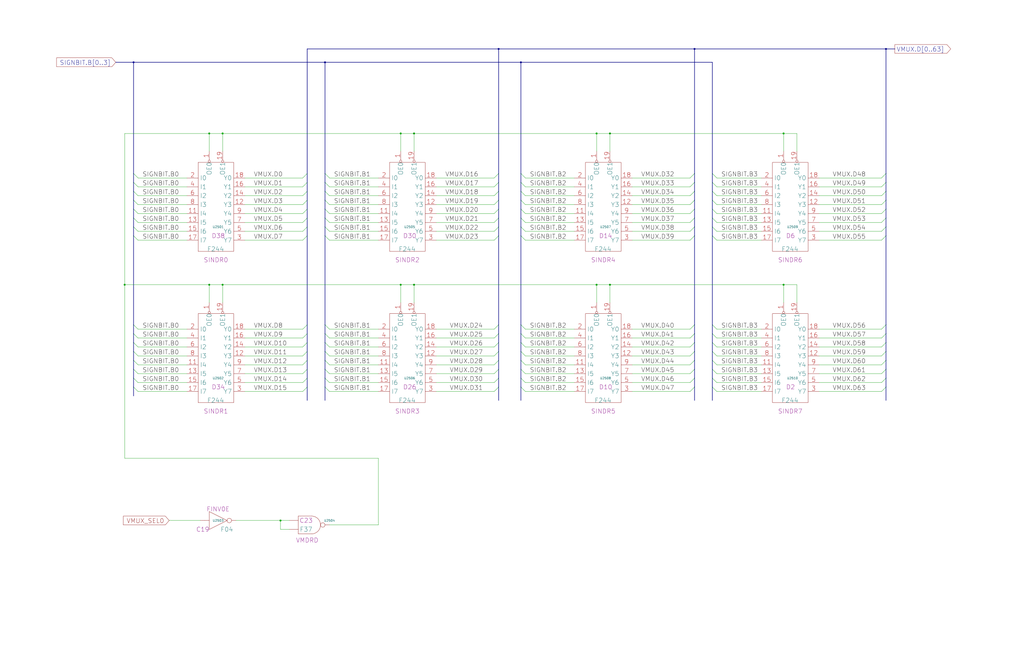
<source format=kicad_sch>
(kicad_sch (version 20250114) (generator "eeschema") (generator_version "9.0")
  (paper "User" 584.2 378.46)
  (title_block (title "MERGE_VMUX\\nSIGN BIT PART") (date "20-MAR-90") (rev "1.0") (comment 1 "FIU") (comment 2 "232-003065") (comment 3 "S400") (comment 4 "RELEASED"))
  (lib_symbols
    (symbol "r1000:F04" (pin_numbers (hide yes)) (pin_names (hide yes))
      (property "Reference" "U" (at 0 0 0))
      (property "Value" "F04" (at 1.27 -5.08 0))
      (property "Location" "___" (at -12.7 -5.08 0))
      (property "Name" "______" (at 0 5.08 0))
      (symbol "F04_0_1"
        (polyline (pts (xy -7.62 0) (xy -5.08 0)) (stroke (width 0.1524)))
        (polyline (pts (xy -5.08 5.08) (xy -5.08 -5.08)) (stroke (width 0.1524)))
        (polyline (pts (xy 5.08 0) (xy -5.08 5.08)) (stroke (width 0.1524)))
        (polyline (pts (xy 5.08 0) (xy -5.08 -5.08)) (stroke (width 0.1524)))
        (circle (center 6.35 0) (radius 1.27) (stroke (width 0.1524)))
      )
      (symbol "F04_1_1"
        (pin input line (at -10.16 0 0) (length 2.54) (name "D0") (number "1"))
        (pin output line (at 10.16 0 180) (length 2.54) (name "Q") (number "2"))
      )
    )
    (symbol "r1000:F244" (pin_names (offset 1.016))
      (property "Reference" "U" (at 2.54 5.08 0))
      (property "Value" "F244" (at -3.81 -7.62 0))
      (property "Location" "___" (at -1.27 0 0))
      (property "Name" "______" (at 1.27 -15.24 0))
      (symbol "F244_1_1"
        (rectangle (start -8.89 41.91) (end 11.43 -8.89))
        (circle (center -2.54 42.545) (radius 0.635))
        (circle (center 5.08 42.545) (radius 0.635))
        (pin input line (at -15.24 33.02 0) (length 6.35) (name "I0") (number "2"))
        (pin input line (at -15.24 27.94 0) (length 6.35) (name "I1") (number "4"))
        (pin input line (at -15.24 22.86 0) (length 6.35) (name "I2") (number "6"))
        (pin input line (at -15.24 17.78 0) (length 6.35) (name "I3") (number "8"))
        (pin input line (at -15.24 12.7 0) (length 6.35) (name "I4") (number "11"))
        (pin input line (at -15.24 7.62 0) (length 6.35) (name "I5") (number "13"))
        (pin input line (at -15.24 2.54 0) (length 6.35) (name "I6") (number "15"))
        (pin input line (at -15.24 -2.54 0) (length 6.35) (name "I7") (number "17"))
        (pin input line (at -2.54 48.26 270) (length 5.08) (name "OE0") (number "1"))
        (pin input line (at 5.08 48.26 270) (length 5.08) (name "OE1") (number "19"))
        (pin tri_state line (at 17.78 33.02 180) (length 6.35) (name "Y0") (number "18"))
        (pin tri_state line (at 17.78 27.94 180) (length 6.35) (name "Y1") (number "16"))
        (pin tri_state line (at 17.78 22.86 180) (length 6.35) (name "Y2") (number "14"))
        (pin tri_state line (at 17.78 17.78 180) (length 6.35) (name "Y3") (number "12"))
        (pin tri_state line (at 17.78 12.7 180) (length 6.35) (name "Y4") (number "9"))
        (pin tri_state line (at 17.78 7.62 180) (length 6.35) (name "Y5") (number "7"))
        (pin tri_state line (at 17.78 2.54 180) (length 6.35) (name "Y6") (number "5"))
        (pin tri_state line (at 17.78 -2.54 180) (length 6.35) (name "Y7") (number "3"))
      )
    )
    (symbol "r1000:F37" (pin_numbers (hide yes)) (pin_names (offset 0) (hide yes))
      (property "Reference" "U" (at 15.24 0 0))
      (property "Value" "F37" (at 1.905 -5.08 0))
      (property "Location" "___" (at 1.905 0 0))
      (property "Name" "______" (at 2.54 -12.7 0))
      (symbol "F37_0_1"
        (polyline (pts (xy -2.54 2.54) (xy -2.54 -7.62)) (stroke (width 0.1524)))
        (polyline (pts (xy -2.54 2.54) (xy 5.08 2.54)) (stroke (width 0.1524)))
        (polyline (pts (xy -2.54 -7.62) (xy 5.08 -7.62)) (stroke (width 0.1524)))
        (arc (start 5.08 2.54) (mid 10.1281 -2.54) (end 5.08 -7.62) (stroke (width 0.1524)))
        (circle (center 11.43 -2.54) (radius 1.27) (stroke (width 0.1524)))
      )
      (symbol "F37_0_2"
        (arc (start -3.175 2.54) (mid -2.134 -2.54) (end -3.175 -7.62) (stroke (width 0.1524)))
        (circle (center -3.81 0) (radius 1.27) (stroke (width 0.1524)))
        (circle (center -3.81 -5.08) (radius 1.27) (stroke (width 0.1524)))
        (polyline (pts (xy -3.175 2.54) (xy 3.81 2.54)) (stroke (width 0.1524)))
        (polyline (pts (xy -3.175 -7.62) (xy 3.81 -7.62)) (stroke (width 0.1524)))
        (arc (start 3.81 2.54) (mid 7.5828 0.7472) (end 10.16 -2.54) (stroke (width 0.1524)))
        (arc (start 10.16 -2.54) (mid 7.5855 -5.8306) (end 3.81 -7.62) (stroke (width 0.1524)))
      )
      (symbol "F37_1_1"
        (pin input line (at -7.62 0 0) (length 5.08) (name "D0") (number "1"))
        (pin input line (at -7.62 -5.08 0) (length 5.08) (name "D1") (number "2"))
        (pin output line (at 15.24 -2.54 180) (length 2.54) (name "Q") (number "3"))
      )
      (symbol "F37_1_2"
        (pin input line (at -7.62 0 0) (length 2.54) (name "D0") (number "1"))
        (pin input line (at -7.62 -5.08 0) (length 2.54) (name "D1") (number "2"))
        (pin output line (at 15.24 -2.54 180) (length 5.08) (name "Q") (number "3"))
      )
    )
  )
  (junction (at 185.42 35.56))
  (junction (at 127 162.56))
  (junction (at 340.36 76.2))
  (junction (at 119.38 162.56))
  (junction (at 71.12 162.56))
  (junction (at 236.22 162.56))
  (junction (at 228.6 76.2))
  (junction (at 119.38 76.2))
  (junction (at 347.98 76.2))
  (junction (at 347.98 162.56))
  (junction (at 160.02 297.18))
  (junction (at 297.18 35.56))
  (junction (at 396.24 27.94))
  (junction (at 340.36 162.56))
  (junction (at 236.22 76.2))
  (junction (at 228.6 162.56))
  (junction (at 447.04 76.2))
  (junction (at 127 76.2))
  (junction (at 284.48 27.94))
  (junction (at 505.46 27.94))
  (junction (at 447.04 162.56))
  (junction (at 76.2 35.56))
  (bus_entry (at 505.46 114.3) (size -2.54 2.54))
  (bus_entry (at 284.48 185.42) (size -2.54 2.54))
  (bus_entry (at 175.26 99.06) (size -2.54 2.54))
  (bus_entry (at 185.42 114.3) (size 2.54 2.54))
  (bus_entry (at 505.46 215.9) (size -2.54 2.54))
  (bus_entry (at 175.26 190.5) (size -2.54 2.54))
  (bus_entry (at 297.18 185.42) (size 2.54 2.54))
  (bus_entry (at 175.26 109.22) (size -2.54 2.54))
  (bus_entry (at 185.42 185.42) (size 2.54 2.54))
  (bus_entry (at 406.4 99.06) (size 2.54 2.54))
  (bus_entry (at 406.4 114.3) (size 2.54 2.54))
  (bus_entry (at 175.26 185.42) (size -2.54 2.54))
  (bus_entry (at 297.18 200.66) (size 2.54 2.54))
  (bus_entry (at 185.42 129.54) (size 2.54 2.54))
  (bus_entry (at 396.24 210.82) (size -2.54 2.54))
  (bus_entry (at 175.26 129.54) (size -2.54 2.54))
  (bus_entry (at 505.46 210.82) (size -2.54 2.54))
  (bus_entry (at 76.2 185.42) (size 2.54 2.54))
  (bus_entry (at 185.42 190.5) (size 2.54 2.54))
  (bus_entry (at 297.18 109.22) (size 2.54 2.54))
  (bus_entry (at 505.46 124.46) (size -2.54 2.54))
  (bus_entry (at 185.42 99.06) (size 2.54 2.54))
  (bus_entry (at 175.26 220.98) (size -2.54 2.54))
  (bus_entry (at 396.24 119.38) (size -2.54 2.54))
  (bus_entry (at 406.4 129.54) (size 2.54 2.54))
  (bus_entry (at 297.18 195.58) (size 2.54 2.54))
  (bus_entry (at 297.18 99.06) (size 2.54 2.54))
  (bus_entry (at 406.4 119.38) (size 2.54 2.54))
  (bus_entry (at 297.18 119.38) (size 2.54 2.54))
  (bus_entry (at 406.4 200.66) (size 2.54 2.54))
  (bus_entry (at 505.46 134.62) (size -2.54 2.54))
  (bus_entry (at 175.26 205.74) (size -2.54 2.54))
  (bus_entry (at 406.4 220.98) (size 2.54 2.54))
  (bus_entry (at 76.2 134.62) (size 2.54 2.54))
  (bus_entry (at 76.2 205.74) (size 2.54 2.54))
  (bus_entry (at 185.42 215.9) (size 2.54 2.54))
  (bus_entry (at 505.46 99.06) (size -2.54 2.54))
  (bus_entry (at 297.18 134.62) (size 2.54 2.54))
  (bus_entry (at 284.48 210.82) (size -2.54 2.54))
  (bus_entry (at 396.24 205.74) (size -2.54 2.54))
  (bus_entry (at 284.48 190.5) (size -2.54 2.54))
  (bus_entry (at 284.48 99.06) (size -2.54 2.54))
  (bus_entry (at 297.18 114.3) (size 2.54 2.54))
  (bus_entry (at 284.48 129.54) (size -2.54 2.54))
  (bus_entry (at 284.48 114.3) (size -2.54 2.54))
  (bus_entry (at 76.2 210.82) (size 2.54 2.54))
  (bus_entry (at 185.42 200.66) (size 2.54 2.54))
  (bus_entry (at 284.48 205.74) (size -2.54 2.54))
  (bus_entry (at 185.42 104.14) (size 2.54 2.54))
  (bus_entry (at 505.46 109.22) (size -2.54 2.54))
  (bus_entry (at 396.24 220.98) (size -2.54 2.54))
  (bus_entry (at 297.18 129.54) (size 2.54 2.54))
  (bus_entry (at 76.2 109.22) (size 2.54 2.54))
  (bus_entry (at 396.24 185.42) (size -2.54 2.54))
  (bus_entry (at 175.26 124.46) (size -2.54 2.54))
  (bus_entry (at 76.2 99.06) (size 2.54 2.54))
  (bus_entry (at 76.2 220.98) (size 2.54 2.54))
  (bus_entry (at 76.2 190.5) (size 2.54 2.54))
  (bus_entry (at 284.48 215.9) (size -2.54 2.54))
  (bus_entry (at 505.46 190.5) (size -2.54 2.54))
  (bus_entry (at 396.24 124.46) (size -2.54 2.54))
  (bus_entry (at 505.46 119.38) (size -2.54 2.54))
  (bus_entry (at 284.48 104.14) (size -2.54 2.54))
  (bus_entry (at 76.2 200.66) (size 2.54 2.54))
  (bus_entry (at 284.48 134.62) (size -2.54 2.54))
  (bus_entry (at 284.48 119.38) (size -2.54 2.54))
  (bus_entry (at 185.42 205.74) (size 2.54 2.54))
  (bus_entry (at 76.2 129.54) (size 2.54 2.54))
  (bus_entry (at 284.48 220.98) (size -2.54 2.54))
  (bus_entry (at 396.24 190.5) (size -2.54 2.54))
  (bus_entry (at 297.18 220.98) (size 2.54 2.54))
  (bus_entry (at 185.42 195.58) (size 2.54 2.54))
  (bus_entry (at 76.2 114.3) (size 2.54 2.54))
  (bus_entry (at 406.4 109.22) (size 2.54 2.54))
  (bus_entry (at 175.26 215.9) (size -2.54 2.54))
  (bus_entry (at 297.18 205.74) (size 2.54 2.54))
  (bus_entry (at 175.26 119.38) (size -2.54 2.54))
  (bus_entry (at 505.46 104.14) (size -2.54 2.54))
  (bus_entry (at 406.4 185.42) (size 2.54 2.54))
  (bus_entry (at 185.42 109.22) (size 2.54 2.54))
  (bus_entry (at 76.2 104.14) (size 2.54 2.54))
  (bus_entry (at 297.18 124.46) (size 2.54 2.54))
  (bus_entry (at 284.48 200.66) (size -2.54 2.54))
  (bus_entry (at 76.2 195.58) (size 2.54 2.54))
  (bus_entry (at 175.26 200.66) (size -2.54 2.54))
  (bus_entry (at 396.24 109.22) (size -2.54 2.54))
  (bus_entry (at 396.24 200.66) (size -2.54 2.54))
  (bus_entry (at 185.42 119.38) (size 2.54 2.54))
  (bus_entry (at 505.46 205.74) (size -2.54 2.54))
  (bus_entry (at 175.26 104.14) (size -2.54 2.54))
  (bus_entry (at 396.24 114.3) (size -2.54 2.54))
  (bus_entry (at 406.4 215.9) (size 2.54 2.54))
  (bus_entry (at 297.18 190.5) (size 2.54 2.54))
  (bus_entry (at 185.42 210.82) (size 2.54 2.54))
  (bus_entry (at 297.18 210.82) (size 2.54 2.54))
  (bus_entry (at 396.24 99.06) (size -2.54 2.54))
  (bus_entry (at 406.4 190.5) (size 2.54 2.54))
  (bus_entry (at 406.4 124.46) (size 2.54 2.54))
  (bus_entry (at 396.24 195.58) (size -2.54 2.54))
  (bus_entry (at 505.46 200.66) (size -2.54 2.54))
  (bus_entry (at 505.46 185.42) (size -2.54 2.54))
  (bus_entry (at 284.48 124.46) (size -2.54 2.54))
  (bus_entry (at 396.24 215.9) (size -2.54 2.54))
  (bus_entry (at 175.26 210.82) (size -2.54 2.54))
  (bus_entry (at 406.4 195.58) (size 2.54 2.54))
  (bus_entry (at 175.26 134.62) (size -2.54 2.54))
  (bus_entry (at 185.42 124.46) (size 2.54 2.54))
  (bus_entry (at 185.42 134.62) (size 2.54 2.54))
  (bus_entry (at 185.42 220.98) (size 2.54 2.54))
  (bus_entry (at 406.4 104.14) (size 2.54 2.54))
  (bus_entry (at 76.2 215.9) (size 2.54 2.54))
  (bus_entry (at 175.26 195.58) (size -2.54 2.54))
  (bus_entry (at 406.4 205.74) (size 2.54 2.54))
  (bus_entry (at 76.2 124.46) (size 2.54 2.54))
  (bus_entry (at 76.2 119.38) (size 2.54 2.54))
  (bus_entry (at 284.48 109.22) (size -2.54 2.54))
  (bus_entry (at 406.4 134.62) (size 2.54 2.54))
  (bus_entry (at 396.24 104.14) (size -2.54 2.54))
  (bus_entry (at 284.48 195.58) (size -2.54 2.54))
  (bus_entry (at 406.4 210.82) (size 2.54 2.54))
  (bus_entry (at 396.24 129.54) (size -2.54 2.54))
  (bus_entry (at 505.46 220.98) (size -2.54 2.54))
  (bus_entry (at 396.24 134.62) (size -2.54 2.54))
  (bus_entry (at 297.18 215.9) (size 2.54 2.54))
  (bus_entry (at 505.46 195.58) (size -2.54 2.54))
  (bus_entry (at 505.46 129.54) (size -2.54 2.54))
  (bus_entry (at 297.18 104.14) (size 2.54 2.54))
  (bus_entry (at 175.26 114.3) (size -2.54 2.54))
  (wire (pts (xy 467.36 101.6) (xy 502.92 101.6)))
  (bus (pts (xy 297.18 190.5) (xy 297.18 195.58)))
  (wire (pts (xy 187.96 132.08) (xy 215.9 132.08)))
  (wire (pts (xy 78.74 116.84) (xy 106.68 116.84)))
  (wire (pts (xy 299.72 127) (xy 327.66 127)))
  (bus (pts (xy 406.4 124.46) (xy 406.4 129.54)))
  (wire (pts (xy 139.7 101.6) (xy 172.72 101.6)))
  (wire (pts (xy 347.98 162.56) (xy 347.98 172.72)))
  (wire (pts (xy 228.6 76.2) (xy 228.6 86.36)))
  (wire (pts (xy 360.68 116.84) (xy 393.7 116.84)))
  (wire (pts (xy 360.68 101.6) (xy 393.7 101.6)))
  (wire (pts (xy 340.36 76.2) (xy 340.36 86.36)))
  (wire (pts (xy 160.02 302.26) (xy 160.02 297.18)))
  (wire (pts (xy 215.9 261.62) (xy 71.12 261.62)))
  (bus (pts (xy 175.26 190.5) (xy 175.26 195.58)))
  (wire (pts (xy 78.74 106.68) (xy 106.68 106.68)))
  (bus (pts (xy 175.26 129.54) (xy 175.26 134.62)))
  (wire (pts (xy 187.96 101.6) (xy 215.9 101.6)))
  (wire (pts (xy 187.96 193.04) (xy 215.9 193.04)))
  (wire (pts (xy 360.68 121.92) (xy 393.7 121.92)))
  (bus (pts (xy 185.42 210.82) (xy 185.42 215.9)))
  (bus (pts (xy 406.4 134.62) (xy 406.4 185.42)))
  (bus (pts (xy 175.26 185.42) (xy 175.26 190.5)))
  (wire (pts (xy 139.7 137.16) (xy 172.72 137.16)))
  (bus (pts (xy 297.18 195.58) (xy 297.18 200.66)))
  (bus (pts (xy 406.4 99.06) (xy 406.4 104.14)))
  (bus (pts (xy 284.48 124.46) (xy 284.48 129.54)))
  (bus (pts (xy 396.24 129.54) (xy 396.24 134.62)))
  (bus (pts (xy 185.42 200.66) (xy 185.42 205.74)))
  (bus (pts (xy 76.2 104.14) (xy 76.2 109.22)))
  (wire (pts (xy 139.7 203.2) (xy 172.72 203.2)))
  (wire (pts (xy 408.94 208.28) (xy 434.34 208.28)))
  (wire (pts (xy 78.74 213.36) (xy 106.68 213.36)))
  (bus (pts (xy 175.26 114.3) (xy 175.26 119.38)))
  (bus (pts (xy 76.2 190.5) (xy 76.2 195.58)))
  (wire (pts (xy 340.36 76.2) (xy 236.22 76.2)))
  (wire (pts (xy 160.02 297.18) (xy 165.1 297.18)))
  (bus (pts (xy 284.48 27.94) (xy 284.48 99.06)))
  (bus (pts (xy 284.48 220.98) (xy 284.48 228.6)))
  (wire (pts (xy 187.96 127) (xy 215.9 127)))
  (bus (pts (xy 505.46 220.98) (xy 505.46 228.6)))
  (wire (pts (xy 78.74 127) (xy 106.68 127)))
  (wire (pts (xy 78.74 193.04) (xy 106.68 193.04)))
  (wire (pts (xy 299.72 218.44) (xy 327.66 218.44)))
  (bus (pts (xy 76.2 99.06) (xy 76.2 104.14)))
  (bus (pts (xy 406.4 220.98) (xy 406.4 228.6)))
  (wire (pts (xy 71.12 76.2) (xy 71.12 162.56)))
  (bus (pts (xy 406.4 190.5) (xy 406.4 195.58)))
  (bus (pts (xy 297.18 185.42) (xy 297.18 190.5)))
  (wire (pts (xy 139.7 213.36) (xy 172.72 213.36)))
  (bus (pts (xy 284.48 104.14) (xy 284.48 109.22)))
  (wire (pts (xy 187.96 106.68) (xy 215.9 106.68)))
  (wire (pts (xy 408.94 101.6) (xy 434.34 101.6)))
  (bus (pts (xy 185.42 35.56) (xy 185.42 99.06)))
  (wire (pts (xy 248.92 106.68) (xy 281.94 106.68)))
  (bus (pts (xy 396.24 114.3) (xy 396.24 119.38)))
  (wire (pts (xy 408.94 213.36) (xy 434.34 213.36)))
  (wire (pts (xy 347.98 76.2) (xy 347.98 86.36)))
  (wire (pts (xy 139.7 132.08) (xy 172.72 132.08)))
  (wire (pts (xy 467.36 187.96) (xy 502.92 187.96)))
  (bus (pts (xy 406.4 119.38) (xy 406.4 124.46)))
  (wire (pts (xy 360.68 198.12) (xy 393.7 198.12)))
  (bus (pts (xy 185.42 215.9) (xy 185.42 220.98)))
  (wire (pts (xy 467.36 127) (xy 502.92 127)))
  (bus (pts (xy 505.46 200.66) (xy 505.46 205.74)))
  (bus (pts (xy 185.42 185.42) (xy 185.42 190.5)))
  (wire (pts (xy 187.96 137.16) (xy 215.9 137.16)))
  (wire (pts (xy 187.96 299.72) (xy 215.9 299.72)))
  (wire (pts (xy 467.36 137.16) (xy 502.92 137.16)))
  (wire (pts (xy 236.22 76.2) (xy 228.6 76.2)))
  (wire (pts (xy 119.38 76.2) (xy 71.12 76.2)))
  (bus (pts (xy 297.18 124.46) (xy 297.18 129.54)))
  (bus (pts (xy 396.24 109.22) (xy 396.24 114.3)))
  (bus (pts (xy 76.2 200.66) (xy 76.2 205.74)))
  (wire (pts (xy 467.36 218.44) (xy 502.92 218.44)))
  (bus (pts (xy 284.48 109.22) (xy 284.48 114.3)))
  (bus (pts (xy 406.4 35.56) (xy 406.4 99.06)))
  (wire (pts (xy 467.36 106.68) (xy 502.92 106.68)))
  (bus (pts (xy 396.24 27.94) (xy 396.24 99.06)))
  (wire (pts (xy 78.74 187.96) (xy 106.68 187.96)))
  (wire (pts (xy 187.96 187.96) (xy 215.9 187.96)))
  (wire (pts (xy 248.92 116.84) (xy 281.94 116.84)))
  (wire (pts (xy 360.68 218.44) (xy 393.7 218.44)))
  (wire (pts (xy 408.94 137.16) (xy 434.34 137.16)))
  (wire (pts (xy 248.92 198.12) (xy 281.94 198.12)))
  (wire (pts (xy 360.68 208.28) (xy 393.7 208.28)))
  (bus (pts (xy 396.24 119.38) (xy 396.24 124.46)))
  (bus (pts (xy 175.26 220.98) (xy 175.26 228.6)))
  (wire (pts (xy 248.92 127) (xy 281.94 127)))
  (wire (pts (xy 139.7 127) (xy 172.72 127)))
  (bus (pts (xy 297.18 35.56) (xy 406.4 35.56)))
  (wire (pts (xy 187.96 111.76) (xy 215.9 111.76)))
  (wire (pts (xy 78.74 208.28) (xy 106.68 208.28)))
  (bus (pts (xy 76.2 35.56) (xy 76.2 99.06)))
  (bus (pts (xy 396.24 27.94) (xy 284.48 27.94)))
  (bus (pts (xy 175.26 134.62) (xy 175.26 185.42)))
  (bus (pts (xy 406.4 195.58) (xy 406.4 200.66)))
  (wire (pts (xy 228.6 76.2) (xy 127 76.2)))
  (wire (pts (xy 187.96 223.52) (xy 215.9 223.52)))
  (bus (pts (xy 175.26 215.9) (xy 175.26 220.98)))
  (bus (pts (xy 175.26 200.66) (xy 175.26 205.74)))
  (bus (pts (xy 505.46 27.94) (xy 510.54 27.94)))
  (bus (pts (xy 396.24 215.9) (xy 396.24 220.98)))
  (wire (pts (xy 340.36 162.56) (xy 347.98 162.56)))
  (bus (pts (xy 175.26 119.38) (xy 175.26 124.46)))
  (bus (pts (xy 406.4 129.54) (xy 406.4 134.62)))
  (wire (pts (xy 299.72 213.36) (xy 327.66 213.36)))
  (wire (pts (xy 360.68 203.2) (xy 393.7 203.2)))
  (wire (pts (xy 360.68 106.68) (xy 393.7 106.68)))
  (wire (pts (xy 454.66 76.2) (xy 447.04 76.2)))
  (wire (pts (xy 78.74 218.44) (xy 106.68 218.44)))
  (wire (pts (xy 236.22 162.56) (xy 236.22 172.72)))
  (bus (pts (xy 297.18 109.22) (xy 297.18 114.3)))
  (bus (pts (xy 284.48 215.9) (xy 284.48 220.98)))
  (wire (pts (xy 360.68 137.16) (xy 393.7 137.16)))
  (bus (pts (xy 297.18 104.14) (xy 297.18 109.22)))
  (bus (pts (xy 185.42 104.14) (xy 185.42 109.22)))
  (wire (pts (xy 248.92 137.16) (xy 281.94 137.16)))
  (bus (pts (xy 284.48 119.38) (xy 284.48 124.46)))
  (wire (pts (xy 71.12 162.56) (xy 119.38 162.56)))
  (bus (pts (xy 396.24 124.46) (xy 396.24 129.54)))
  (wire (pts (xy 299.72 198.12) (xy 327.66 198.12)))
  (bus (pts (xy 396.24 205.74) (xy 396.24 210.82)))
  (bus (pts (xy 505.46 99.06) (xy 505.46 104.14)))
  (wire (pts (xy 299.72 193.04) (xy 327.66 193.04)))
  (bus (pts (xy 406.4 200.66) (xy 406.4 205.74)))
  (bus (pts (xy 185.42 119.38) (xy 185.42 124.46)))
  (wire (pts (xy 127 76.2) (xy 127 86.36)))
  (bus (pts (xy 396.24 185.42) (xy 396.24 190.5)))
  (bus (pts (xy 76.2 195.58) (xy 76.2 200.66)))
  (wire (pts (xy 447.04 162.56) (xy 454.66 162.56)))
  (bus (pts (xy 406.4 205.74) (xy 406.4 210.82)))
  (bus (pts (xy 505.46 109.22) (xy 505.46 114.3)))
  (bus (pts (xy 284.48 99.06) (xy 284.48 104.14)))
  (bus (pts (xy 175.26 104.14) (xy 175.26 109.22)))
  (bus (pts (xy 505.46 134.62) (xy 505.46 185.42)))
  (bus (pts (xy 505.46 195.58) (xy 505.46 200.66)))
  (wire (pts (xy 248.92 121.92) (xy 281.94 121.92)))
  (wire (pts (xy 139.7 193.04) (xy 172.72 193.04)))
  (bus (pts (xy 406.4 215.9) (xy 406.4 220.98)))
  (wire (pts (xy 236.22 76.2) (xy 236.22 86.36)))
  (wire (pts (xy 165.1 302.26) (xy 160.02 302.26)))
  (wire (pts (xy 467.36 132.08) (xy 502.92 132.08)))
  (wire (pts (xy 347.98 76.2) (xy 340.36 76.2)))
  (bus (pts (xy 297.18 210.82) (xy 297.18 215.9)))
  (wire (pts (xy 134.62 297.18) (xy 160.02 297.18)))
  (bus (pts (xy 406.4 109.22) (xy 406.4 114.3)))
  (wire (pts (xy 248.92 193.04) (xy 281.94 193.04)))
  (wire (pts (xy 187.96 213.36) (xy 215.9 213.36)))
  (wire (pts (xy 408.94 116.84) (xy 434.34 116.84)))
  (wire (pts (xy 248.92 223.52) (xy 281.94 223.52)))
  (bus (pts (xy 76.2 210.82) (xy 76.2 215.9)))
  (bus (pts (xy 76.2 129.54) (xy 76.2 134.62)))
  (wire (pts (xy 299.72 187.96) (xy 327.66 187.96)))
  (wire (pts (xy 139.7 187.96) (xy 172.72 187.96)))
  (wire (pts (xy 127 162.56) (xy 127 172.72)))
  (wire (pts (xy 447.04 162.56) (xy 447.04 172.72)))
  (bus (pts (xy 505.46 215.9) (xy 505.46 220.98)))
  (bus (pts (xy 175.26 109.22) (xy 175.26 114.3)))
  (bus (pts (xy 396.24 104.14) (xy 396.24 109.22)))
  (bus (pts (xy 284.48 195.58) (xy 284.48 200.66)))
  (wire (pts (xy 454.66 162.56) (xy 454.66 172.72)))
  (bus (pts (xy 185.42 109.22) (xy 185.42 114.3)))
  (wire (pts (xy 360.68 223.52) (xy 393.7 223.52)))
  (wire (pts (xy 447.04 76.2) (xy 447.04 86.36)))
  (bus (pts (xy 284.48 210.82) (xy 284.48 215.9)))
  (wire (pts (xy 78.74 132.08) (xy 106.68 132.08)))
  (bus (pts (xy 396.24 210.82) (xy 396.24 215.9)))
  (wire (pts (xy 139.7 116.84) (xy 172.72 116.84)))
  (bus (pts (xy 185.42 114.3) (xy 185.42 119.38)))
  (wire (pts (xy 360.68 213.36) (xy 393.7 213.36)))
  (bus (pts (xy 76.2 220.98) (xy 76.2 226.06)))
  (wire (pts (xy 408.94 127) (xy 434.34 127)))
  (bus (pts (xy 505.46 104.14) (xy 505.46 109.22)))
  (wire (pts (xy 187.96 203.2) (xy 215.9 203.2)))
  (bus (pts (xy 185.42 190.5) (xy 185.42 195.58)))
  (bus (pts (xy 396.24 220.98) (xy 396.24 228.6)))
  (wire (pts (xy 467.36 198.12) (xy 502.92 198.12)))
  (wire (pts (xy 78.74 203.2) (xy 106.68 203.2)))
  (bus (pts (xy 406.4 104.14) (xy 406.4 109.22)))
  (bus (pts (xy 175.26 195.58) (xy 175.26 200.66)))
  (wire (pts (xy 408.94 198.12) (xy 434.34 198.12)))
  (bus (pts (xy 175.26 99.06) (xy 175.26 104.14)))
  (bus (pts (xy 76.2 119.38) (xy 76.2 124.46)))
  (bus (pts (xy 284.48 185.42) (xy 284.48 190.5)))
  (wire (pts (xy 139.7 106.68) (xy 172.72 106.68)))
  (wire (pts (xy 299.72 116.84) (xy 327.66 116.84)))
  (wire (pts (xy 408.94 203.2) (xy 434.34 203.2)))
  (wire (pts (xy 408.94 218.44) (xy 434.34 218.44)))
  (bus (pts (xy 284.48 205.74) (xy 284.48 210.82)))
  (bus (pts (xy 66.04 35.56) (xy 76.2 35.56)))
  (bus (pts (xy 297.18 99.06) (xy 297.18 104.14)))
  (wire (pts (xy 139.7 218.44) (xy 172.72 218.44)))
  (wire (pts (xy 408.94 111.76) (xy 434.34 111.76)))
  (wire (pts (xy 467.36 121.92) (xy 502.92 121.92)))
  (wire (pts (xy 248.92 203.2) (xy 281.94 203.2)))
  (wire (pts (xy 236.22 162.56) (xy 340.36 162.56)))
  (wire (pts (xy 467.36 203.2) (xy 502.92 203.2)))
  (wire (pts (xy 467.36 208.28) (xy 502.92 208.28)))
  (wire (pts (xy 215.9 299.72) (xy 215.9 261.62)))
  (wire (pts (xy 78.74 137.16) (xy 106.68 137.16)))
  (bus (pts (xy 76.2 134.62) (xy 76.2 185.42)))
  (wire (pts (xy 119.38 162.56) (xy 127 162.56)))
  (wire (pts (xy 299.72 101.6) (xy 327.66 101.6)))
  (wire (pts (xy 408.94 121.92) (xy 434.34 121.92)))
  (wire (pts (xy 299.72 137.16) (xy 327.66 137.16)))
  (bus (pts (xy 76.2 35.56) (xy 185.42 35.56)))
  (wire (pts (xy 248.92 218.44) (xy 281.94 218.44)))
  (wire (pts (xy 248.92 213.36) (xy 281.94 213.36)))
  (wire (pts (xy 78.74 101.6) (xy 106.68 101.6)))
  (wire (pts (xy 299.72 111.76) (xy 327.66 111.76)))
  (bus (pts (xy 297.18 35.56) (xy 297.18 99.06)))
  (bus (pts (xy 284.48 200.66) (xy 284.48 205.74)))
  (wire (pts (xy 467.36 213.36) (xy 502.92 213.36)))
  (bus (pts (xy 175.26 205.74) (xy 175.26 210.82)))
  (wire (pts (xy 228.6 162.56) (xy 228.6 172.72)))
  (bus (pts (xy 284.48 27.94) (xy 175.26 27.94)))
  (bus (pts (xy 175.26 210.82) (xy 175.26 215.9)))
  (bus (pts (xy 297.18 114.3) (xy 297.18 119.38)))
  (bus (pts (xy 396.24 27.94) (xy 505.46 27.94)))
  (bus (pts (xy 396.24 190.5) (xy 396.24 195.58)))
  (wire (pts (xy 139.7 208.28) (xy 172.72 208.28)))
  (wire (pts (xy 248.92 187.96) (xy 281.94 187.96)))
  (wire (pts (xy 467.36 193.04) (xy 502.92 193.04)))
  (wire (pts (xy 340.36 162.56) (xy 340.36 172.72)))
  (bus (pts (xy 505.46 27.94) (xy 505.46 99.06)))
  (bus (pts (xy 175.26 124.46) (xy 175.26 129.54)))
  (wire (pts (xy 119.38 162.56) (xy 119.38 172.72)))
  (wire (pts (xy 408.94 193.04) (xy 434.34 193.04)))
  (wire (pts (xy 248.92 208.28) (xy 281.94 208.28)))
  (wire (pts (xy 78.74 223.52) (xy 106.68 223.52)))
  (wire (pts (xy 96.52 297.18) (xy 114.3 297.18)))
  (bus (pts (xy 185.42 129.54) (xy 185.42 134.62)))
  (wire (pts (xy 119.38 76.2) (xy 119.38 86.36)))
  (wire (pts (xy 299.72 203.2) (xy 327.66 203.2)))
  (bus (pts (xy 396.24 195.58) (xy 396.24 200.66)))
  (bus (pts (xy 297.18 129.54) (xy 297.18 134.62)))
  (wire (pts (xy 360.68 111.76) (xy 393.7 111.76)))
  (bus (pts (xy 505.46 119.38) (xy 505.46 124.46)))
  (bus (pts (xy 76.2 215.9) (xy 76.2 220.98)))
  (wire (pts (xy 187.96 121.92) (xy 215.9 121.92)))
  (bus (pts (xy 185.42 124.46) (xy 185.42 129.54)))
  (bus (pts (xy 396.24 200.66) (xy 396.24 205.74)))
  (wire (pts (xy 78.74 121.92) (xy 106.68 121.92)))
  (wire (pts (xy 127 162.56) (xy 228.6 162.56)))
  (wire (pts (xy 467.36 111.76) (xy 502.92 111.76)))
  (bus (pts (xy 297.18 134.62) (xy 297.18 185.42)))
  (wire (pts (xy 248.92 101.6) (xy 281.94 101.6)))
  (bus (pts (xy 284.48 114.3) (xy 284.48 119.38)))
  (bus (pts (xy 505.46 129.54) (xy 505.46 134.62)))
  (wire (pts (xy 71.12 261.62) (xy 71.12 162.56)))
  (wire (pts (xy 360.68 127) (xy 393.7 127)))
  (bus (pts (xy 297.18 200.66) (xy 297.18 205.74)))
  (bus (pts (xy 297.18 215.9) (xy 297.18 220.98)))
  (bus (pts (xy 185.42 205.74) (xy 185.42 210.82)))
  (wire (pts (xy 360.68 187.96) (xy 393.7 187.96)))
  (bus (pts (xy 406.4 114.3) (xy 406.4 119.38)))
  (bus (pts (xy 284.48 134.62) (xy 284.48 185.42)))
  (bus (pts (xy 185.42 220.98) (xy 185.42 228.6)))
  (bus (pts (xy 505.46 205.74) (xy 505.46 210.82)))
  (bus (pts (xy 297.18 220.98) (xy 297.18 228.6)))
  (bus (pts (xy 185.42 99.06) (xy 185.42 104.14)))
  (wire (pts (xy 248.92 132.08) (xy 281.94 132.08)))
  (bus (pts (xy 76.2 185.42) (xy 76.2 190.5)))
  (bus (pts (xy 396.24 134.62) (xy 396.24 185.42)))
  (bus (pts (xy 505.46 124.46) (xy 505.46 129.54)))
  (wire (pts (xy 347.98 162.56) (xy 447.04 162.56)))
  (bus (pts (xy 76.2 205.74) (xy 76.2 210.82)))
  (bus (pts (xy 505.46 190.5) (xy 505.46 195.58)))
  (wire (pts (xy 187.96 198.12) (xy 215.9 198.12)))
  (bus (pts (xy 505.46 185.42) (xy 505.46 190.5)))
  (wire (pts (xy 139.7 198.12) (xy 172.72 198.12)))
  (wire (pts (xy 360.68 132.08) (xy 393.7 132.08)))
  (wire (pts (xy 408.94 106.68) (xy 434.34 106.68)))
  (wire (pts (xy 139.7 111.76) (xy 172.72 111.76)))
  (bus (pts (xy 185.42 134.62) (xy 185.42 185.42)))
  (bus (pts (xy 396.24 99.06) (xy 396.24 104.14)))
  (bus (pts (xy 406.4 185.42) (xy 406.4 190.5)))
  (bus (pts (xy 284.48 129.54) (xy 284.48 134.62)))
  (wire (pts (xy 139.7 223.52) (xy 172.72 223.52)))
  (wire (pts (xy 299.72 223.52) (xy 327.66 223.52)))
  (wire (pts (xy 299.72 208.28) (xy 327.66 208.28)))
  (bus (pts (xy 284.48 190.5) (xy 284.48 195.58)))
  (bus (pts (xy 185.42 35.56) (xy 297.18 35.56)))
  (wire (pts (xy 78.74 198.12) (xy 106.68 198.12)))
  (wire (pts (xy 299.72 106.68) (xy 327.66 106.68)))
  (wire (pts (xy 228.6 162.56) (xy 236.22 162.56)))
  (wire (pts (xy 299.72 132.08) (xy 327.66 132.08)))
  (bus (pts (xy 76.2 124.46) (xy 76.2 129.54)))
  (wire (pts (xy 78.74 111.76) (xy 106.68 111.76)))
  (wire (pts (xy 408.94 223.52) (xy 434.34 223.52)))
  (wire (pts (xy 408.94 187.96) (xy 434.34 187.96)))
  (bus (pts (xy 297.18 205.74) (xy 297.18 210.82)))
  (wire (pts (xy 127 76.2) (xy 119.38 76.2)))
  (wire (pts (xy 248.92 111.76) (xy 281.94 111.76)))
  (wire (pts (xy 447.04 76.2) (xy 347.98 76.2)))
  (wire (pts (xy 408.94 132.08) (xy 434.34 132.08)))
  (wire (pts (xy 454.66 76.2) (xy 454.66 86.36)))
  (bus (pts (xy 297.18 119.38) (xy 297.18 124.46)))
  (wire (pts (xy 139.7 121.92) (xy 172.72 121.92)))
  (bus (pts (xy 76.2 109.22) (xy 76.2 114.3)))
  (bus (pts (xy 406.4 210.82) (xy 406.4 215.9)))
  (wire (pts (xy 187.96 116.84) (xy 215.9 116.84)))
  (wire (pts (xy 187.96 218.44) (xy 215.9 218.44)))
  (bus (pts (xy 76.2 114.3) (xy 76.2 119.38)))
  (bus (pts (xy 185.42 195.58) (xy 185.42 200.66)))
  (wire (pts (xy 467.36 116.84) (xy 502.92 116.84)))
  (wire (pts (xy 467.36 223.52) (xy 502.92 223.52)))
  (bus (pts (xy 505.46 114.3) (xy 505.46 119.38)))
  (bus (pts (xy 175.26 27.94) (xy 175.26 99.06)))
  (wire (pts (xy 187.96 208.28) (xy 215.9 208.28)))
  (wire (pts (xy 299.72 121.92) (xy 327.66 121.92)))
  (wire (pts (xy 360.68 193.04) (xy 393.7 193.04)))
  (bus (pts (xy 505.46 210.82) (xy 505.46 215.9)))
  (label "SIGNBIT.B3" (at 411.48 198.12 0) (effects (font (size 2.54 2.54))))
  (label "VMUX.D29" (at 256.54 213.36 0) (effects (font (size 2.54 2.54))))
  (label "SIGNBIT.B1" (at 190.5 187.96 0) (effects (font (size 2.54 2.54))))
  (label "SIGNBIT.B3" (at 411.48 121.92 0) (effects (font (size 2.54 2.54))))
  (label "VMUX.D15" (at 144.78 223.52 0) (effects (font (size 2.54 2.54))))
  (label "SIGNBIT.B1" (at 190.5 132.08 0) (effects (font (size 2.54 2.54))))
  (label "SIGNBIT.B1" (at 190.5 223.52 0) (effects (font (size 2.54 2.54))))
  (label "VMUX.D51" (at 474.98 116.84 0) (effects (font (size 2.54 2.54))))
  (label "SIGNBIT.B2" (at 302.26 111.76 0) (effects (font (size 2.54 2.54))))
  (label "SIGNBIT.B2" (at 302.26 193.04 0) (effects (font (size 2.54 2.54))))
  (label "SIGNBIT.B3" (at 411.48 132.08 0) (effects (font (size 2.54 2.54))))
  (label "SIGNBIT.B2" (at 302.26 203.2 0) (effects (font (size 2.54 2.54))))
  (label "VMUX.D28" (at 256.54 208.28 0) (effects (font (size 2.54 2.54))))
  (label "SIGNBIT.B3" (at 411.48 127 0) (effects (font (size 2.54 2.54))))
  (label "VMUX.D52" (at 474.98 121.92 0) (effects (font (size 2.54 2.54))))
  (label "VMUX.D5" (at 144.78 127 0) (effects (font (size 2.54 2.54))))
  (label "SIGNBIT.B0" (at 81.28 127 0) (effects (font (size 2.54 2.54))))
  (label "VMUX.D16" (at 254 101.6 0) (effects (font (size 2.54 2.54))))
  (label "VMUX.D60" (at 474.98 208.28 0) (effects (font (size 2.54 2.54))))
  (label "SIGNBIT.B0" (at 81.28 121.92 0) (effects (font (size 2.54 2.54))))
  (label "SIGNBIT.B2" (at 302.26 218.44 0) (effects (font (size 2.54 2.54))))
  (label "VMUX.D35" (at 365.76 116.84 0) (effects (font (size 2.54 2.54))))
  (label "SIGNBIT.B1" (at 190.5 111.76 0) (effects (font (size 2.54 2.54))))
  (label "SIGNBIT.B0" (at 81.28 106.68 0) (effects (font (size 2.54 2.54))))
  (label "VMUX.D53" (at 474.98 127 0) (effects (font (size 2.54 2.54))))
  (label "SIGNBIT.B1" (at 190.5 208.28 0) (effects (font (size 2.54 2.54))))
  (label "SIGNBIT.B0" (at 81.28 223.52 0) (effects (font (size 2.54 2.54))))
  (label "SIGNBIT.B2" (at 302.26 132.08 0) (effects (font (size 2.54 2.54))))
  (label "SIGNBIT.B3" (at 411.48 193.04 0) (effects (font (size 2.54 2.54))))
  (label "VMUX.D19" (at 254 116.84 0) (effects (font (size 2.54 2.54))))
  (label "SIGNBIT.B1" (at 190.5 213.36 0) (effects (font (size 2.54 2.54))))
  (label "SIGNBIT.B0" (at 81.28 132.08 0) (effects (font (size 2.54 2.54))))
  (label "VMUX.D7" (at 144.78 137.16 0) (effects (font (size 2.54 2.54))))
  (label "VMUX.D38" (at 365.76 132.08 0) (effects (font (size 2.54 2.54))))
  (label "SIGNBIT.B0" (at 81.28 187.96 0) (effects (font (size 2.54 2.54))))
  (label "SIGNBIT.B3" (at 411.48 137.16 0) (effects (font (size 2.54 2.54))))
  (label "VMUX.D39" (at 365.76 137.16 0) (effects (font (size 2.54 2.54))))
  (label "SIGNBIT.B1" (at 190.5 193.04 0) (effects (font (size 2.54 2.54))))
  (label "VMUX.D45" (at 365.76 213.36 0) (effects (font (size 2.54 2.54))))
  (label "SIGNBIT.B0" (at 81.28 137.16 0) (effects (font (size 2.54 2.54))))
  (label "SIGNBIT.B2" (at 302.26 127 0) (effects (font (size 2.54 2.54))))
  (label "VMUX.D43" (at 365.76 203.2 0) (effects (font (size 2.54 2.54))))
  (label "VMUX.D21" (at 254 127 0) (effects (font (size 2.54 2.54))))
  (label "VMUX.D2" (at 144.78 111.76 0) (effects (font (size 2.54 2.54))))
  (label "SIGNBIT.B2" (at 302.26 116.84 0) (effects (font (size 2.54 2.54))))
  (label "VMUX.D24" (at 256.54 187.96 0) (effects (font (size 2.54 2.54))))
  (label "VMUX.D44" (at 365.76 208.28 0) (effects (font (size 2.54 2.54))))
  (label "VMUX.D42" (at 365.76 198.12 0) (effects (font (size 2.54 2.54))))
  (label "SIGNBIT.B3" (at 411.48 111.76 0) (effects (font (size 2.54 2.54))))
  (label "VMUX.D25" (at 256.54 193.04 0) (effects (font (size 2.54 2.54))))
  (label "SIGNBIT.B2" (at 302.26 137.16 0) (effects (font (size 2.54 2.54))))
  (label "VMUX.D31" (at 256.54 223.52 0) (effects (font (size 2.54 2.54))))
  (label "SIGNBIT.B0" (at 81.28 208.28 0) (effects (font (size 2.54 2.54))))
  (label "VMUX.D49" (at 474.98 106.68 0) (effects (font (size 2.54 2.54))))
  (label "VMUX.D55" (at 474.98 137.16 0) (effects (font (size 2.54 2.54))))
  (label "VMUX.D33" (at 365.76 106.68 0) (effects (font (size 2.54 2.54))))
  (label "SIGNBIT.B0" (at 81.28 203.2 0) (effects (font (size 2.54 2.54))))
  (label "VMUX.D10" (at 144.78 198.12 0) (effects (font (size 2.54 2.54))))
  (label "SIGNBIT.B3" (at 411.48 101.6 0) (effects (font (size 2.54 2.54))))
  (label "SIGNBIT.B1" (at 190.5 137.16 0) (effects (font (size 2.54 2.54))))
  (label "SIGNBIT.B1" (at 190.5 101.6 0) (effects (font (size 2.54 2.54))))
  (label "SIGNBIT.B0" (at 81.28 116.84 0) (effects (font (size 2.54 2.54))))
  (label "VMUX.D48" (at 474.98 101.6 0) (effects (font (size 2.54 2.54))))
  (label "VMUX.D27" (at 256.54 203.2 0) (effects (font (size 2.54 2.54))))
  (label "VMUX.D37" (at 365.76 127 0) (effects (font (size 2.54 2.54))))
  (label "SIGNBIT.B2" (at 302.26 121.92 0) (effects (font (size 2.54 2.54))))
  (label "SIGNBIT.B0" (at 81.28 218.44 0) (effects (font (size 2.54 2.54))))
  (label "SIGNBIT.B3" (at 411.48 203.2 0) (effects (font (size 2.54 2.54))))
  (label "VMUX.D46" (at 365.76 218.44 0) (effects (font (size 2.54 2.54))))
  (label "VMUX.D54" (at 474.98 132.08 0) (effects (font (size 2.54 2.54))))
  (label "SIGNBIT.B3" (at 411.48 223.52 0) (effects (font (size 2.54 2.54))))
  (label "SIGNBIT.B1" (at 190.5 116.84 0) (effects (font (size 2.54 2.54))))
  (label "VMUX.D57" (at 474.98 193.04 0) (effects (font (size 2.54 2.54))))
  (label "VMUX.D36" (at 365.76 121.92 0) (effects (font (size 2.54 2.54))))
  (label "VMUX.D23" (at 254 137.16 0) (effects (font (size 2.54 2.54))))
  (label "VMUX.D59" (at 474.98 203.2 0) (effects (font (size 2.54 2.54))))
  (label "SIGNBIT.B3" (at 411.48 116.84 0) (effects (font (size 2.54 2.54))))
  (label "VMUX.D18" (at 254 111.76 0) (effects (font (size 2.54 2.54))))
  (label "SIGNBIT.B1" (at 190.5 203.2 0) (effects (font (size 2.54 2.54))))
  (label "VMUX.D26" (at 256.54 198.12 0) (effects (font (size 2.54 2.54))))
  (label "VMUX.D34" (at 365.76 111.76 0) (effects (font (size 2.54 2.54))))
  (label "VMUX.D41" (at 365.76 193.04 0) (effects (font (size 2.54 2.54))))
  (label "SIGNBIT.B3" (at 411.48 218.44 0) (effects (font (size 2.54 2.54))))
  (label "VMUX.D40" (at 365.76 187.96 0) (effects (font (size 2.54 2.54))))
  (label "SIGNBIT.B0" (at 81.28 198.12 0) (effects (font (size 2.54 2.54))))
  (label "SIGNBIT.B0" (at 81.28 101.6 0) (effects (font (size 2.54 2.54))))
  (label "SIGNBIT.B3" (at 411.48 213.36 0) (effects (font (size 2.54 2.54))))
  (label "SIGNBIT.B0" (at 81.28 111.76 0) (effects (font (size 2.54 2.54))))
  (label "VMUX.D47" (at 365.76 223.52 0) (effects (font (size 2.54 2.54))))
  (label "VMUX.D4" (at 144.78 121.92 0) (effects (font (size 2.54 2.54))))
  (label "SIGNBIT.B1" (at 190.5 198.12 0) (effects (font (size 2.54 2.54))))
  (label "SIGNBIT.B2" (at 302.26 198.12 0) (effects (font (size 2.54 2.54))))
  (label "VMUX.D30" (at 256.54 218.44 0) (effects (font (size 2.54 2.54))))
  (label "SIGNBIT.B2" (at 302.26 223.52 0) (effects (font (size 2.54 2.54))))
  (label "SIGNBIT.B2" (at 302.26 187.96 0) (effects (font (size 2.54 2.54))))
  (label "VMUX.D17" (at 254 106.68 0) (effects (font (size 2.54 2.54))))
  (label "SIGNBIT.B3" (at 411.48 106.68 0) (effects (font (size 2.54 2.54))))
  (label "VMUX.D32" (at 365.76 101.6 0) (effects (font (size 2.54 2.54))))
  (label "VMUX.D61" (at 474.98 213.36 0) (effects (font (size 2.54 2.54))))
  (label "VMUX.D11" (at 144.78 203.2 0) (effects (font (size 2.54 2.54))))
  (label "SIGNBIT.B0" (at 81.28 193.04 0) (effects (font (size 2.54 2.54))))
  (label "SIGNBIT.B2" (at 302.26 208.28 0) (effects (font (size 2.54 2.54))))
  (label "VMUX.D62" (at 474.98 218.44 0) (effects (font (size 2.54 2.54))))
  (label "VMUX.D56" (at 474.98 187.96 0) (effects (font (size 2.54 2.54))))
  (label "SIGNBIT.B3" (at 411.48 187.96 0) (effects (font (size 2.54 2.54))))
  (label "SIGNBIT.B3" (at 411.48 208.28 0) (effects (font (size 2.54 2.54))))
  (label "VMUX.D14" (at 144.78 218.44 0) (effects (font (size 2.54 2.54))))
  (label "VMUX.D50" (at 474.98 111.76 0) (effects (font (size 2.54 2.54))))
  (label "VMUX.D63" (at 474.98 223.52 0) (effects (font (size 2.54 2.54))))
  (label "VMUX.D20" (at 254 121.92 0) (effects (font (size 2.54 2.54))))
  (label "VMUX.D1" (at 144.78 106.68 0) (effects (font (size 2.54 2.54))))
  (label "SIGNBIT.B1" (at 190.5 106.68 0) (effects (font (size 2.54 2.54))))
  (label "VMUX.D13" (at 144.78 213.36 0) (effects (font (size 2.54 2.54))))
  (label "VMUX.D12" (at 144.78 208.28 0) (effects (font (size 2.54 2.54))))
  (label "VMUX.D0" (at 144.78 101.6 0) (effects (font (size 2.54 2.54))))
  (label "SIGNBIT.B1" (at 190.5 127 0) (effects (font (size 2.54 2.54))))
  (label "SIGNBIT.B2" (at 302.26 101.6 0) (effects (font (size 2.54 2.54))))
  (label "SIGNBIT.B1" (at 190.5 218.44 0) (effects (font (size 2.54 2.54))))
  (label "SIGNBIT.B1" (at 190.5 121.92 0) (effects (font (size 2.54 2.54))))
  (label "SIGNBIT.B0" (at 81.28 213.36 0) (effects (font (size 2.54 2.54))))
  (label "VMUX.D58" (at 474.98 198.12 0) (effects (font (size 2.54 2.54))))
  (label "VMUX.D6" (at 144.78 132.08 0) (effects (font (size 2.54 2.54))))
  (label "VMUX.D9" (at 144.78 193.04 0) (effects (font (size 2.54 2.54))))
  (label "SIGNBIT.B2" (at 302.26 213.36 0) (effects (font (size 2.54 2.54))))
  (label "VMUX.D8" (at 144.78 187.96 0) (effects (font (size 2.54 2.54))))
  (label "VMUX.D3" (at 144.78 116.84 0) (effects (font (size 2.54 2.54))))
  (label "VMUX.D22" (at 254 132.08 0) (effects (font (size 2.54 2.54))))
  (label "SIGNBIT.B2" (at 302.26 106.68 0) (effects (font (size 2.54 2.54))))
  (global_label "VMUX_SEL0" (shape input) (at 96.52 297.18 180) (effects (font (size 2.54 2.54))) (property "Intersheetrefs" "${INTERSHEET_REFS}" (at 70.4064 297.0213 0) (effects (font (size 1.905 1.905)) (justify right))))
  (global_label "VMUX.D[0..63]" (shape output) (at 510.54 27.94 0) (effects (font (size 2.54 2.54))) (property "Intersheetrefs" "${INTERSHEET_REFS}" (at 542.3384 27.7813 0) (effects (font (size 1.905 1.905)) (justify left))))
  (global_label "SIGNBIT.B[0..3]" (shape input) (at 66.04 35.56 180) (effects (font (size 2.54 2.54))) (property "Intersheetrefs" "${INTERSHEET_REFS}" (at 32.3064 35.4013 0) (effects (font (size 1.905 1.905)) (justify right))))
  (symbol (lib_id "r1000:F244") (at 449.58 220.98 0) (unit 1)
    (property "Reference" "U2510" (at 452.12 215.9 0))
    (property "Value" "F244" (at 445.77 228.6 0) (effects (font (size 2.54 2.54)) (justify left)))
    (property "Location" "D2" (at 448.31 220.98 0) (effects (font (size 2.54 2.54)) (justify left)))
    (property "Name" "SINDR7" (at 450.85 236.22 0) (effects (font (size 2.54 2.54)) (justify bottom)))
  )
  (symbol (lib_id "r1000:F244") (at 231.14 134.62 0) (unit 1)
    (property "Reference" "U2505" (at 233.68 129.54 0))
    (property "Value" "F244" (at 227.33 142.24 0) (effects (font (size 2.54 2.54)) (justify left)))
    (property "Location" "D30" (at 229.87 134.62 0) (effects (font (size 2.54 2.54)) (justify left)))
    (property "Name" "SINDR2" (at 232.41 149.86 0) (effects (font (size 2.54 2.54)) (justify bottom)))
  )
  (symbol (lib_id "r1000:F04") (at 124.46 297.18 0) (unit 1)
    (property "Reference" "U2503" (at 124.46 297.18 0))
    (property "Value" "F04" (at 125.73 302.26 0) (effects (font (size 2.54 2.54)) (justify left)))
    (property "Location" "C19" (at 111.76 302.26 0) (effects (font (size 2.54 2.54)) (justify left)))
    (property "Name" "FINV0E" (at 124.46 292.1 0) (effects (font (size 2.54 2.54)) (justify bottom)))
  )
  (symbol (lib_id "r1000:F244") (at 121.92 134.62 0) (unit 1)
    (property "Reference" "U2501" (at 124.46 129.54 0))
    (property "Value" "F244" (at 118.11 142.24 0) (effects (font (size 2.54 2.54)) (justify left)))
    (property "Location" "D38" (at 120.65 134.62 0) (effects (font (size 2.54 2.54)) (justify left)))
    (property "Name" "SINDR0" (at 123.19 149.86 0) (effects (font (size 2.54 2.54)) (justify bottom)))
  )
  (symbol (lib_id "r1000:F244") (at 342.9 220.98 0) (unit 1)
    (property "Reference" "U2508" (at 345.44 215.9 0))
    (property "Value" "F244" (at 339.09 228.6 0) (effects (font (size 2.54 2.54)) (justify left)))
    (property "Location" "D10" (at 341.63 220.98 0) (effects (font (size 2.54 2.54)) (justify left)))
    (property "Name" "SINDR5" (at 344.17 236.22 0) (effects (font (size 2.54 2.54)) (justify bottom)))
  )
  (symbol (lib_id "r1000:F244") (at 449.58 134.62 0) (unit 1)
    (property "Reference" "U2509" (at 452.12 129.54 0))
    (property "Value" "F244" (at 445.77 142.24 0) (effects (font (size 2.54 2.54)) (justify left)))
    (property "Location" "D6" (at 448.31 134.62 0) (effects (font (size 2.54 2.54)) (justify left)))
    (property "Name" "SINDR6" (at 450.85 149.86 0) (effects (font (size 2.54 2.54)) (justify bottom)))
  )
  (symbol (lib_id "r1000:F244") (at 342.9 134.62 0) (unit 1)
    (property "Reference" "U2507" (at 345.44 129.54 0))
    (property "Value" "F244" (at 339.09 142.24 0) (effects (font (size 2.54 2.54)) (justify left)))
    (property "Location" "D14" (at 341.63 134.62 0) (effects (font (size 2.54 2.54)) (justify left)))
    (property "Name" "SINDR4" (at 344.17 149.86 0) (effects (font (size 2.54 2.54)) (justify bottom)))
  )
  (symbol (lib_id "r1000:F37") (at 172.72 297.18 0) (unit 1)
    (property "Reference" "U2504" (at 187.96 297.18 0))
    (property "Value" "F37" (at 174.625 302.26 0) (effects (font (size 2.54 2.54))))
    (property "Location" "C23" (at 174.625 297.18 0) (effects (font (size 2.54 2.54))))
    (property "Name" "VMDRD" (at 175.26 309.88 0) (effects (font (size 2.54 2.54)) (justify bottom)))
  )
  (symbol (lib_id "r1000:F244") (at 121.92 220.98 0) (unit 1)
    (property "Reference" "U2502" (at 124.46 215.9 0))
    (property "Value" "F244" (at 118.11 228.6 0) (effects (font (size 2.54 2.54)) (justify left)))
    (property "Location" "D34" (at 120.65 220.98 0) (effects (font (size 2.54 2.54)) (justify left)))
    (property "Name" "SINDR1" (at 123.19 236.22 0) (effects (font (size 2.54 2.54)) (justify bottom)))
  )
  (symbol (lib_id "r1000:F244") (at 231.14 220.98 0) (unit 1)
    (property "Reference" "U2506" (at 233.68 215.9 0))
    (property "Value" "F244" (at 227.33 228.6 0) (effects (font (size 2.54 2.54)) (justify left)))
    (property "Location" "D26" (at 229.87 220.98 0) (effects (font (size 2.54 2.54)) (justify left)))
    (property "Name" "SINDR3" (at 232.41 236.22 0) (effects (font (size 2.54 2.54)) (justify bottom)))
  )
)
</source>
